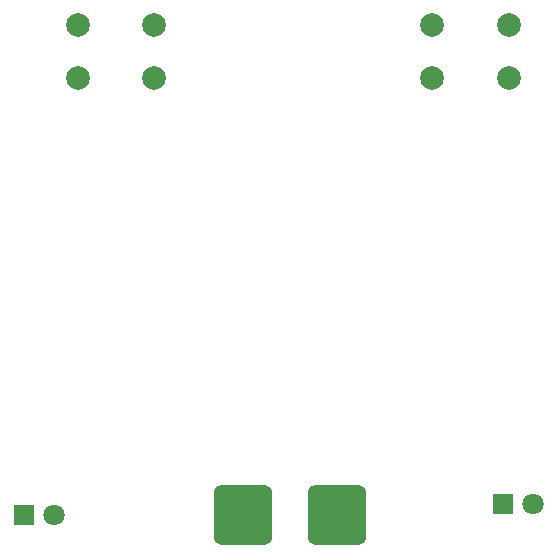
<source format=gbr>
%TF.GenerationSoftware,KiCad,Pcbnew,9.0.1*%
%TF.CreationDate,2025-04-08T04:17:53-04:00*%
%TF.ProjectId,juiceshanghai,6a756963-6573-4686-916e-676861692e6b,rev?*%
%TF.SameCoordinates,Original*%
%TF.FileFunction,Soldermask,Top*%
%TF.FilePolarity,Negative*%
%FSLAX46Y46*%
G04 Gerber Fmt 4.6, Leading zero omitted, Abs format (unit mm)*
G04 Created by KiCad (PCBNEW 9.0.1) date 2025-04-08 04:17:53*
%MOMM*%
%LPD*%
G01*
G04 APERTURE LIST*
G04 Aperture macros list*
%AMRoundRect*
0 Rectangle with rounded corners*
0 $1 Rounding radius*
0 $2 $3 $4 $5 $6 $7 $8 $9 X,Y pos of 4 corners*
0 Add a 4 corners polygon primitive as box body*
4,1,4,$2,$3,$4,$5,$6,$7,$8,$9,$2,$3,0*
0 Add four circle primitives for the rounded corners*
1,1,$1+$1,$2,$3*
1,1,$1+$1,$4,$5*
1,1,$1+$1,$6,$7*
1,1,$1+$1,$8,$9*
0 Add four rect primitives between the rounded corners*
20,1,$1+$1,$2,$3,$4,$5,0*
20,1,$1+$1,$4,$5,$6,$7,0*
20,1,$1+$1,$6,$7,$8,$9,0*
20,1,$1+$1,$8,$9,$2,$3,0*%
G04 Aperture macros list end*
%ADD10C,2.000000*%
%ADD11R,1.800000X1.800000*%
%ADD12C,1.800000*%
%ADD13RoundRect,0.742875X-1.733375X-1.824625X1.733375X-1.824625X1.733375X1.824625X-1.733375X1.824625X0*%
G04 APERTURE END LIST*
D10*
%TO.C,SW1*%
X164000000Y-94000000D03*
X170500000Y-94000000D03*
X164000000Y-98500000D03*
X170500000Y-98500000D03*
%TD*%
D11*
%TO.C,D1*%
X170000000Y-134500000D03*
D12*
X172540000Y-134500000D03*
%TD*%
D10*
%TO.C,SW2*%
X134000000Y-94000000D03*
X140500000Y-94000000D03*
X134000000Y-98500000D03*
X140500000Y-98500000D03*
%TD*%
D13*
%TO.C,M1*%
X148023750Y-135500000D03*
X156000000Y-135500000D03*
%TD*%
D11*
%TO.C,D2*%
X129460000Y-135500000D03*
D12*
X132000000Y-135500000D03*
%TD*%
M02*

</source>
